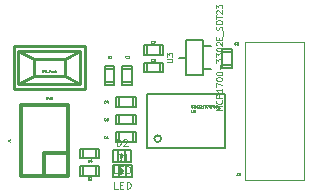
<source format=gto>
G04 #@! TF.FileFunction,Legend,Top*
%FSLAX46Y46*%
G04 Gerber Fmt 4.6, Leading zero omitted, Abs format (unit mm)*
G04 Created by KiCad (PCBNEW 4.0.7-e2-6376~61~ubuntu18.04.1) date Thu Aug  2 13:47:33 2018*
%MOMM*%
%LPD*%
G01*
G04 APERTURE LIST*
%ADD10C,0.100000*%
%ADD11C,0.127000*%
%ADD12C,0.304800*%
%ADD13C,0.254000*%
%ADD14C,0.040640*%
%ADD15C,0.050165*%
%ADD16C,0.119380*%
G04 APERTURE END LIST*
D10*
D11*
X178841200Y-81793600D02*
X178841200Y-82606400D01*
X179958800Y-82581000D02*
X179958800Y-81793600D01*
X180212800Y-82606400D02*
X178587200Y-82606400D01*
X178587200Y-82606400D02*
X178587200Y-81793600D01*
X178587200Y-81793600D02*
X180212800Y-81793600D01*
X180212800Y-81793600D02*
X180212800Y-82606400D01*
X179093600Y-77558800D02*
X179906400Y-77558800D01*
X179881000Y-76441200D02*
X179093600Y-76441200D01*
X179906400Y-76187200D02*
X179906400Y-77812800D01*
X179906400Y-77812800D02*
X179093600Y-77812800D01*
X179093600Y-77812800D02*
X179093600Y-76187200D01*
X179093600Y-76187200D02*
X179906400Y-76187200D01*
X182258800Y-76706400D02*
X182258800Y-75893600D01*
X181141200Y-75919000D02*
X181141200Y-76706400D01*
X180887200Y-75893600D02*
X182512800Y-75893600D01*
X182512800Y-75893600D02*
X182512800Y-76706400D01*
X182512800Y-76706400D02*
X180887200Y-76706400D01*
X180887200Y-76706400D02*
X180887200Y-75893600D01*
X179958800Y-79606400D02*
X179958800Y-78793600D01*
X178841200Y-78819000D02*
X178841200Y-79606400D01*
X178587200Y-78793600D02*
X180212800Y-78793600D01*
X180212800Y-78793600D02*
X180212800Y-79606400D01*
X180212800Y-79606400D02*
X178587200Y-79606400D01*
X178587200Y-79606400D02*
X178587200Y-78793600D01*
X179958800Y-81106400D02*
X179958800Y-80293600D01*
X178841200Y-80319000D02*
X178841200Y-81106400D01*
X178587200Y-80293600D02*
X180212800Y-80293600D01*
X180212800Y-80293600D02*
X180212800Y-81106400D01*
X180212800Y-81106400D02*
X178587200Y-81106400D01*
X178587200Y-81106400D02*
X178587200Y-80293600D01*
X188346400Y-75011200D02*
X187533600Y-75011200D01*
X187559000Y-76128800D02*
X188346400Y-76128800D01*
X187533600Y-76382800D02*
X187533600Y-74757200D01*
X187533600Y-74757200D02*
X188346400Y-74757200D01*
X188346400Y-74757200D02*
X188346400Y-76382800D01*
X188346400Y-76382800D02*
X187533600Y-76382800D01*
X182258800Y-75206400D02*
X182258800Y-74393600D01*
X181141200Y-74419000D02*
X181141200Y-75206400D01*
X180887200Y-74393600D02*
X182512800Y-74393600D01*
X182512800Y-74393600D02*
X182512800Y-75206400D01*
X182512800Y-75206400D02*
X180887200Y-75206400D01*
X180887200Y-75206400D02*
X180887200Y-74393600D01*
D12*
X172500000Y-85500000D02*
X172500000Y-83500000D01*
X170500000Y-79500000D02*
X174500000Y-79500000D01*
X174500000Y-79500000D02*
X174500000Y-85500000D01*
X170500000Y-85500000D02*
X170500000Y-79500000D01*
X174500000Y-85500000D02*
X170500000Y-85500000D01*
X172500000Y-83500000D02*
X174500000Y-83500000D01*
D11*
X177593600Y-77558800D02*
X178406400Y-77558800D01*
X178381000Y-76441200D02*
X177593600Y-76441200D01*
X178406400Y-76187200D02*
X178406400Y-77812800D01*
X178406400Y-77812800D02*
X177593600Y-77812800D01*
X177593600Y-77812800D02*
X177593600Y-76187200D01*
X177593600Y-76187200D02*
X178406400Y-76187200D01*
X175761200Y-84683600D02*
X175761200Y-85496400D01*
X176878800Y-85471000D02*
X176878800Y-84683600D01*
X177132800Y-85496400D02*
X175507200Y-85496400D01*
X175507200Y-85496400D02*
X175507200Y-84683600D01*
X175507200Y-84683600D02*
X177132800Y-84683600D01*
X177132800Y-84683600D02*
X177132800Y-85496400D01*
X175771200Y-83193600D02*
X175771200Y-84006400D01*
X176888800Y-83981000D02*
X176888800Y-83193600D01*
X177142800Y-84006400D02*
X175517200Y-84006400D01*
X175517200Y-84006400D02*
X175517200Y-83193600D01*
X175517200Y-83193600D02*
X177142800Y-83193600D01*
X177142800Y-83193600D02*
X177142800Y-84006400D01*
D13*
X171599520Y-77001040D02*
X170299040Y-77699540D01*
X171599520Y-75598960D02*
X170299040Y-74900460D01*
X174200480Y-75598960D02*
X175500960Y-74900460D01*
X175500960Y-77699540D02*
X174200480Y-77001040D01*
X175500960Y-77699540D02*
X170299040Y-77699540D01*
X170299040Y-77699540D02*
X170299040Y-74900460D01*
X170299040Y-74900460D02*
X175500960Y-74900460D01*
X175500960Y-74900460D02*
X175500960Y-77699540D01*
X174200480Y-77001040D02*
X171599520Y-77001040D01*
X171599520Y-77001040D02*
X171599520Y-75598960D01*
X171599520Y-75598960D02*
X174200480Y-75598960D01*
X174200480Y-75598960D02*
X174200480Y-77001040D01*
X175899740Y-78100860D02*
X169900260Y-78100860D01*
X169900260Y-78100860D02*
X169900260Y-74499140D01*
X169900260Y-74499140D02*
X175899740Y-74499140D01*
X175899740Y-74499140D02*
X175899740Y-78100860D01*
D11*
X187802000Y-78514000D02*
X181198000Y-78514000D01*
X181198000Y-78514000D02*
X181198000Y-83086000D01*
X181198000Y-83086000D02*
X187802000Y-83086000D01*
X187802000Y-83086000D02*
X187802000Y-78514000D01*
X182370981Y-82324000D02*
G75*
G03X182370981Y-82324000I-283981J0D01*
G01*
D10*
X189500000Y-74150000D02*
X194500000Y-74150000D01*
X194500000Y-85850000D02*
X194500000Y-74150000D01*
X189500000Y-85850000D02*
X194500000Y-85850000D01*
X189500000Y-85850000D02*
X189500000Y-74150000D01*
D11*
X179389720Y-85590380D02*
X179389720Y-84589620D01*
X178790280Y-84589620D02*
X178790280Y-85590380D01*
X179090000Y-85189060D02*
X179090000Y-84990940D01*
X178990940Y-84889340D02*
X178990940Y-85290660D01*
X178990940Y-85290660D02*
X179189060Y-85090000D01*
X179189060Y-85090000D02*
X178990940Y-84889340D01*
X178289900Y-84589620D02*
X179890100Y-84589620D01*
X179890100Y-84589620D02*
X179890100Y-85590380D01*
X179890100Y-85590380D02*
X178289900Y-85590380D01*
X178289900Y-85590380D02*
X178289900Y-84589620D01*
X179359720Y-84300380D02*
X179359720Y-83299620D01*
X178760280Y-83299620D02*
X178760280Y-84300380D01*
X179060000Y-83899060D02*
X179060000Y-83700940D01*
X178960940Y-83599340D02*
X178960940Y-84000660D01*
X178960940Y-84000660D02*
X179159060Y-83800000D01*
X179159060Y-83800000D02*
X178960940Y-83599340D01*
X178259900Y-83299620D02*
X179860100Y-83299620D01*
X179860100Y-83299620D02*
X179860100Y-84300380D01*
X179860100Y-84300380D02*
X178259900Y-84300380D01*
X178259900Y-84300380D02*
X178259900Y-83299620D01*
X185908500Y-74517500D02*
X186568900Y-74517500D01*
X185908500Y-76422500D02*
X186568900Y-76422500D01*
X184511500Y-75470000D02*
X183851100Y-75470000D01*
X184511500Y-76968600D02*
X184511500Y-73971400D01*
X184511500Y-73971400D02*
X185908500Y-73971400D01*
X185908500Y-73971400D02*
X185908500Y-76968600D01*
X185908500Y-76968600D02*
X184511500Y-76968600D01*
D14*
X177666557Y-82271664D02*
X177657002Y-82281220D01*
X177628336Y-82290775D01*
X177609226Y-82290775D01*
X177580560Y-82281220D01*
X177561449Y-82262109D01*
X177551894Y-82242999D01*
X177542339Y-82204778D01*
X177542339Y-82176112D01*
X177551894Y-82137891D01*
X177561449Y-82118780D01*
X177580560Y-82099670D01*
X177609226Y-82090115D01*
X177628336Y-82090115D01*
X177657002Y-82099670D01*
X177666557Y-82109225D01*
X177857662Y-82290775D02*
X177742999Y-82290775D01*
X177800330Y-82290775D02*
X177800330Y-82090115D01*
X177781220Y-82118780D01*
X177762109Y-82137891D01*
X177742999Y-82147446D01*
X179466557Y-75471664D02*
X179457002Y-75481220D01*
X179428336Y-75490775D01*
X179409226Y-75490775D01*
X179380560Y-75481220D01*
X179361449Y-75462109D01*
X179351894Y-75442999D01*
X179342339Y-75404778D01*
X179342339Y-75376112D01*
X179351894Y-75337891D01*
X179361449Y-75318780D01*
X179380560Y-75299670D01*
X179409226Y-75290115D01*
X179428336Y-75290115D01*
X179457002Y-75299670D01*
X179466557Y-75309225D01*
X179542999Y-75309225D02*
X179552554Y-75299670D01*
X179571665Y-75290115D01*
X179619441Y-75290115D01*
X179638551Y-75299670D01*
X179648107Y-75309225D01*
X179657662Y-75328336D01*
X179657662Y-75347446D01*
X179648107Y-75376112D01*
X179533444Y-75490775D01*
X179657662Y-75490775D01*
X181666557Y-75736664D02*
X181657002Y-75746220D01*
X181628336Y-75755775D01*
X181609226Y-75755775D01*
X181580560Y-75746220D01*
X181561449Y-75727109D01*
X181551894Y-75707999D01*
X181542339Y-75669778D01*
X181542339Y-75641112D01*
X181551894Y-75602891D01*
X181561449Y-75583780D01*
X181580560Y-75564670D01*
X181609226Y-75555115D01*
X181628336Y-75555115D01*
X181657002Y-75564670D01*
X181666557Y-75574225D01*
X181733444Y-75555115D02*
X181857662Y-75555115D01*
X181790775Y-75631557D01*
X181819441Y-75631557D01*
X181838551Y-75641112D01*
X181848107Y-75650667D01*
X181857662Y-75669778D01*
X181857662Y-75717554D01*
X181848107Y-75736664D01*
X181838551Y-75746220D01*
X181819441Y-75755775D01*
X181762109Y-75755775D01*
X181742999Y-75746220D01*
X181733444Y-75736664D01*
X177666557Y-79271664D02*
X177657002Y-79281220D01*
X177628336Y-79290775D01*
X177609226Y-79290775D01*
X177580560Y-79281220D01*
X177561449Y-79262109D01*
X177551894Y-79242999D01*
X177542339Y-79204778D01*
X177542339Y-79176112D01*
X177551894Y-79137891D01*
X177561449Y-79118780D01*
X177580560Y-79099670D01*
X177609226Y-79090115D01*
X177628336Y-79090115D01*
X177657002Y-79099670D01*
X177666557Y-79109225D01*
X177838551Y-79157001D02*
X177838551Y-79290775D01*
X177790775Y-79080560D02*
X177742999Y-79223888D01*
X177867217Y-79223888D01*
X177666557Y-80771664D02*
X177657002Y-80781220D01*
X177628336Y-80790775D01*
X177609226Y-80790775D01*
X177580560Y-80781220D01*
X177561449Y-80762109D01*
X177551894Y-80742999D01*
X177542339Y-80704778D01*
X177542339Y-80676112D01*
X177551894Y-80637891D01*
X177561449Y-80618780D01*
X177580560Y-80599670D01*
X177609226Y-80590115D01*
X177628336Y-80590115D01*
X177657002Y-80599670D01*
X177666557Y-80609225D01*
X177848107Y-80590115D02*
X177752554Y-80590115D01*
X177742999Y-80685667D01*
X177752554Y-80676112D01*
X177771665Y-80666557D01*
X177819441Y-80666557D01*
X177838551Y-80676112D01*
X177848107Y-80685667D01*
X177857662Y-80704778D01*
X177857662Y-80752554D01*
X177848107Y-80771664D01*
X177838551Y-80781220D01*
X177819441Y-80790775D01*
X177771665Y-80790775D01*
X177752554Y-80781220D01*
X177742999Y-80771664D01*
X188706557Y-74341664D02*
X188697002Y-74351220D01*
X188668336Y-74360775D01*
X188649226Y-74360775D01*
X188620560Y-74351220D01*
X188601449Y-74332109D01*
X188591894Y-74312999D01*
X188582339Y-74274778D01*
X188582339Y-74246112D01*
X188591894Y-74207891D01*
X188601449Y-74188780D01*
X188620560Y-74169670D01*
X188649226Y-74160115D01*
X188668336Y-74160115D01*
X188697002Y-74169670D01*
X188706557Y-74179225D01*
X188878551Y-74160115D02*
X188840330Y-74160115D01*
X188821220Y-74169670D01*
X188811665Y-74179225D01*
X188792554Y-74207891D01*
X188782999Y-74246112D01*
X188782999Y-74322554D01*
X188792554Y-74341664D01*
X188802109Y-74351220D01*
X188821220Y-74360775D01*
X188859441Y-74360775D01*
X188878551Y-74351220D01*
X188888107Y-74341664D01*
X188897662Y-74322554D01*
X188897662Y-74274778D01*
X188888107Y-74255667D01*
X188878551Y-74246112D01*
X188859441Y-74236557D01*
X188821220Y-74236557D01*
X188802109Y-74246112D01*
X188792554Y-74255667D01*
X188782999Y-74274778D01*
X181666557Y-74236664D02*
X181657002Y-74246220D01*
X181628336Y-74255775D01*
X181609226Y-74255775D01*
X181580560Y-74246220D01*
X181561449Y-74227109D01*
X181551894Y-74207999D01*
X181542339Y-74169778D01*
X181542339Y-74141112D01*
X181551894Y-74102891D01*
X181561449Y-74083780D01*
X181580560Y-74064670D01*
X181609226Y-74055115D01*
X181628336Y-74055115D01*
X181657002Y-74064670D01*
X181666557Y-74074225D01*
X181733444Y-74055115D02*
X181867217Y-74055115D01*
X181781220Y-74255775D01*
D15*
X169390115Y-82566886D02*
X169533443Y-82566886D01*
X169562109Y-82576442D01*
X169581220Y-82595552D01*
X169590775Y-82624218D01*
X169590775Y-82643328D01*
X169590775Y-82366226D02*
X169590775Y-82480889D01*
X169590775Y-82423558D02*
X169390115Y-82423558D01*
X169418780Y-82442668D01*
X169437891Y-82461779D01*
X169447446Y-82480889D01*
D14*
X177966557Y-75490775D02*
X177899670Y-75395222D01*
X177851894Y-75490775D02*
X177851894Y-75290115D01*
X177928336Y-75290115D01*
X177947447Y-75299670D01*
X177957002Y-75309225D01*
X177966557Y-75328336D01*
X177966557Y-75357001D01*
X177957002Y-75376112D01*
X177947447Y-75385667D01*
X177928336Y-75395222D01*
X177851894Y-75395222D01*
X178042999Y-75309225D02*
X178052554Y-75299670D01*
X178071665Y-75290115D01*
X178119441Y-75290115D01*
X178138551Y-75299670D01*
X178148107Y-75309225D01*
X178157662Y-75328336D01*
X178157662Y-75347446D01*
X178148107Y-75376112D01*
X178033444Y-75490775D01*
X178157662Y-75490775D01*
X176286557Y-85790375D02*
X176219670Y-85694822D01*
X176171894Y-85790375D02*
X176171894Y-85589715D01*
X176248336Y-85589715D01*
X176267447Y-85599270D01*
X176277002Y-85608825D01*
X176286557Y-85627936D01*
X176286557Y-85656601D01*
X176277002Y-85675712D01*
X176267447Y-85685267D01*
X176248336Y-85694822D01*
X176171894Y-85694822D01*
X176353444Y-85589715D02*
X176477662Y-85589715D01*
X176410775Y-85666157D01*
X176439441Y-85666157D01*
X176458551Y-85675712D01*
X176468107Y-85685267D01*
X176477662Y-85704378D01*
X176477662Y-85752154D01*
X176468107Y-85771264D01*
X176458551Y-85780820D01*
X176439441Y-85790375D01*
X176382109Y-85790375D01*
X176362999Y-85780820D01*
X176353444Y-85771264D01*
X176296557Y-84300375D02*
X176229670Y-84204822D01*
X176181894Y-84300375D02*
X176181894Y-84099715D01*
X176258336Y-84099715D01*
X176277447Y-84109270D01*
X176287002Y-84118825D01*
X176296557Y-84137936D01*
X176296557Y-84166601D01*
X176287002Y-84185712D01*
X176277447Y-84195267D01*
X176258336Y-84204822D01*
X176181894Y-84204822D01*
X176468551Y-84166601D02*
X176468551Y-84300375D01*
X176420775Y-84090160D02*
X176372999Y-84233488D01*
X176497217Y-84233488D01*
D15*
X172632453Y-78981220D02*
X172661119Y-78990775D01*
X172708895Y-78990775D01*
X172728005Y-78981220D01*
X172737561Y-78971664D01*
X172747116Y-78952554D01*
X172747116Y-78933443D01*
X172737561Y-78914333D01*
X172728005Y-78904778D01*
X172708895Y-78895222D01*
X172670674Y-78885667D01*
X172651563Y-78876112D01*
X172642008Y-78866557D01*
X172632453Y-78847446D01*
X172632453Y-78828336D01*
X172642008Y-78809225D01*
X172651563Y-78799670D01*
X172670674Y-78790115D01*
X172718450Y-78790115D01*
X172747116Y-78799670D01*
X172814003Y-78790115D02*
X172861779Y-78990775D01*
X172900000Y-78847446D01*
X172938221Y-78990775D01*
X172985997Y-78790115D01*
X173167547Y-78990775D02*
X173052884Y-78990775D01*
X173110215Y-78990775D02*
X173110215Y-78790115D01*
X173091105Y-78818780D01*
X173071994Y-78837891D01*
X173052884Y-78847446D01*
X172288464Y-76681220D02*
X172317130Y-76690775D01*
X172364906Y-76690775D01*
X172384016Y-76681220D01*
X172393572Y-76671664D01*
X172403127Y-76652554D01*
X172403127Y-76633443D01*
X172393572Y-76614333D01*
X172384016Y-76604778D01*
X172364906Y-76595222D01*
X172326685Y-76585667D01*
X172307574Y-76576112D01*
X172298019Y-76566557D01*
X172288464Y-76547446D01*
X172288464Y-76528336D01*
X172298019Y-76509225D01*
X172307574Y-76499670D01*
X172326685Y-76490115D01*
X172374461Y-76490115D01*
X172403127Y-76499670D01*
X172470014Y-76490115D02*
X172517790Y-76690775D01*
X172556011Y-76547446D01*
X172594232Y-76690775D01*
X172642008Y-76490115D01*
X172670674Y-76709885D02*
X172823558Y-76709885D01*
X172871334Y-76690775D02*
X172871334Y-76490115D01*
X172947776Y-76490115D01*
X172966887Y-76499670D01*
X172976442Y-76509225D01*
X172985997Y-76528336D01*
X172985997Y-76557001D01*
X172976442Y-76576112D01*
X172966887Y-76585667D01*
X172947776Y-76595222D01*
X172871334Y-76595222D01*
X173157991Y-76557001D02*
X173157991Y-76690775D01*
X173071994Y-76557001D02*
X173071994Y-76662109D01*
X173081549Y-76681220D01*
X173100660Y-76690775D01*
X173129326Y-76690775D01*
X173148436Y-76681220D01*
X173157991Y-76671664D01*
X173243989Y-76681220D02*
X173263099Y-76690775D01*
X173301320Y-76690775D01*
X173320431Y-76681220D01*
X173329986Y-76662109D01*
X173329986Y-76652554D01*
X173320431Y-76633443D01*
X173301320Y-76623888D01*
X173272655Y-76623888D01*
X173253544Y-76614333D01*
X173243989Y-76595222D01*
X173243989Y-76585667D01*
X173253544Y-76566557D01*
X173272655Y-76557001D01*
X173301320Y-76557001D01*
X173320431Y-76566557D01*
X173415983Y-76690775D02*
X173415983Y-76490115D01*
X173501980Y-76690775D02*
X173501980Y-76585667D01*
X173492425Y-76566557D01*
X173473315Y-76557001D01*
X173444649Y-76557001D01*
X173425538Y-76566557D01*
X173415983Y-76576112D01*
X184947116Y-79890115D02*
X184947116Y-80052554D01*
X184956671Y-80071664D01*
X184966227Y-80081220D01*
X184985337Y-80090775D01*
X185023558Y-80090775D01*
X185042669Y-80081220D01*
X185052224Y-80071664D01*
X185061779Y-80052554D01*
X185061779Y-79890115D01*
X185262439Y-80090775D02*
X185147776Y-80090775D01*
X185205107Y-80090775D02*
X185205107Y-79890115D01*
X185185997Y-79918780D01*
X185166886Y-79937891D01*
X185147776Y-79947446D01*
X184924705Y-79681220D02*
X184953371Y-79690775D01*
X185001147Y-79690775D01*
X185020257Y-79681220D01*
X185029813Y-79671664D01*
X185039368Y-79652554D01*
X185039368Y-79633443D01*
X185029813Y-79614333D01*
X185020257Y-79604778D01*
X185001147Y-79595222D01*
X184962926Y-79585667D01*
X184943815Y-79576112D01*
X184934260Y-79566557D01*
X184924705Y-79547446D01*
X184924705Y-79528336D01*
X184934260Y-79509225D01*
X184943815Y-79499670D01*
X184962926Y-79490115D01*
X185010702Y-79490115D01*
X185039368Y-79499670D01*
X185096699Y-79490115D02*
X185211362Y-79490115D01*
X185154031Y-79690775D02*
X185154031Y-79490115D01*
X185278249Y-79690775D02*
X185278249Y-79490115D01*
X185345136Y-79633443D01*
X185412023Y-79490115D01*
X185412023Y-79690775D01*
X185488465Y-79490115D02*
X185612683Y-79490115D01*
X185545796Y-79566557D01*
X185574462Y-79566557D01*
X185593572Y-79576112D01*
X185603128Y-79585667D01*
X185612683Y-79604778D01*
X185612683Y-79652554D01*
X185603128Y-79671664D01*
X185593572Y-79681220D01*
X185574462Y-79690775D01*
X185517130Y-79690775D01*
X185498020Y-79681220D01*
X185488465Y-79671664D01*
X185689125Y-79509225D02*
X185698680Y-79499670D01*
X185717791Y-79490115D01*
X185765567Y-79490115D01*
X185784677Y-79499670D01*
X185794233Y-79509225D01*
X185803788Y-79528336D01*
X185803788Y-79547446D01*
X185794233Y-79576112D01*
X185679570Y-79690775D01*
X185803788Y-79690775D01*
X185956672Y-79585667D02*
X185889785Y-79585667D01*
X185889785Y-79690775D02*
X185889785Y-79490115D01*
X185985338Y-79490115D01*
X186100000Y-79490115D02*
X186119111Y-79490115D01*
X186138221Y-79499670D01*
X186147776Y-79509225D01*
X186157332Y-79528336D01*
X186166887Y-79566557D01*
X186166887Y-79614333D01*
X186157332Y-79652554D01*
X186147776Y-79671664D01*
X186138221Y-79681220D01*
X186119111Y-79690775D01*
X186100000Y-79690775D01*
X186080890Y-79681220D01*
X186071334Y-79671664D01*
X186061779Y-79652554D01*
X186052224Y-79614333D01*
X186052224Y-79566557D01*
X186061779Y-79528336D01*
X186071334Y-79509225D01*
X186080890Y-79499670D01*
X186100000Y-79490115D01*
X186233774Y-79490115D02*
X186367547Y-79490115D01*
X186281550Y-79690775D01*
X186482210Y-79490115D02*
X186501321Y-79490115D01*
X186520431Y-79499670D01*
X186529986Y-79509225D01*
X186539542Y-79528336D01*
X186549097Y-79566557D01*
X186549097Y-79614333D01*
X186539542Y-79652554D01*
X186529986Y-79671664D01*
X186520431Y-79681220D01*
X186501321Y-79690775D01*
X186482210Y-79690775D01*
X186463100Y-79681220D01*
X186453544Y-79671664D01*
X186443989Y-79652554D01*
X186434434Y-79614333D01*
X186434434Y-79566557D01*
X186443989Y-79528336D01*
X186453544Y-79509225D01*
X186463100Y-79499670D01*
X186482210Y-79490115D01*
X186701981Y-79585667D02*
X186635094Y-79585667D01*
X186635094Y-79690775D02*
X186635094Y-79490115D01*
X186730647Y-79490115D01*
X186893085Y-79490115D02*
X186854864Y-79490115D01*
X186835754Y-79499670D01*
X186826199Y-79509225D01*
X186807088Y-79537891D01*
X186797533Y-79576112D01*
X186797533Y-79652554D01*
X186807088Y-79671664D01*
X186816643Y-79681220D01*
X186835754Y-79690775D01*
X186873975Y-79690775D01*
X186893085Y-79681220D01*
X186902641Y-79671664D01*
X186912196Y-79652554D01*
X186912196Y-79604778D01*
X186902641Y-79585667D01*
X186893085Y-79576112D01*
X186873975Y-79566557D01*
X186835754Y-79566557D01*
X186816643Y-79576112D01*
X186807088Y-79585667D01*
X186797533Y-79604778D01*
X186998193Y-79690775D02*
X186998193Y-79490115D01*
X187074635Y-79490115D01*
X187093746Y-79499670D01*
X187103301Y-79509225D01*
X187112856Y-79528336D01*
X187112856Y-79557001D01*
X187103301Y-79576112D01*
X187093746Y-79585667D01*
X187074635Y-79595222D01*
X186998193Y-79595222D01*
X187179743Y-79690775D02*
X187284850Y-79557001D01*
X187179743Y-79557001D02*
X187284850Y-79690775D01*
X188823114Y-85200115D02*
X188823114Y-85343443D01*
X188813558Y-85372109D01*
X188794448Y-85391220D01*
X188765782Y-85400775D01*
X188746672Y-85400775D01*
X188909111Y-85219225D02*
X188918666Y-85209670D01*
X188937777Y-85200115D01*
X188985553Y-85200115D01*
X189004663Y-85209670D01*
X189014219Y-85219225D01*
X189023774Y-85238336D01*
X189023774Y-85257446D01*
X189014219Y-85286112D01*
X188899556Y-85400775D01*
X189023774Y-85400775D01*
D16*
X178647557Y-84261355D02*
X178647557Y-83661915D01*
X178790281Y-83661915D01*
X178875915Y-83690460D01*
X178933004Y-83747550D01*
X178961549Y-83804639D01*
X178990094Y-83918818D01*
X178990094Y-84004452D01*
X178961549Y-84118631D01*
X178933004Y-84175721D01*
X178875915Y-84232810D01*
X178790281Y-84261355D01*
X178647557Y-84261355D01*
X179560989Y-84261355D02*
X179218452Y-84261355D01*
X179389721Y-84261355D02*
X179389721Y-83661915D01*
X179332631Y-83747550D01*
X179275542Y-83804639D01*
X179218452Y-83833184D01*
X178704646Y-86560055D02*
X178419199Y-86560055D01*
X178419199Y-85960615D01*
X178904460Y-86246063D02*
X179104273Y-86246063D01*
X179189907Y-86560055D02*
X178904460Y-86560055D01*
X178904460Y-85960615D01*
X179189907Y-85960615D01*
X179446810Y-86560055D02*
X179446810Y-85960615D01*
X179589534Y-85960615D01*
X179675168Y-85989160D01*
X179732257Y-86046250D01*
X179760802Y-86103339D01*
X179789347Y-86217518D01*
X179789347Y-86303152D01*
X179760802Y-86417331D01*
X179732257Y-86474421D01*
X179675168Y-86531510D01*
X179589534Y-86560055D01*
X179446810Y-86560055D01*
X178617557Y-82971355D02*
X178617557Y-82371915D01*
X178760281Y-82371915D01*
X178845915Y-82400460D01*
X178903004Y-82457550D01*
X178931549Y-82514639D01*
X178960094Y-82628818D01*
X178960094Y-82714452D01*
X178931549Y-82828631D01*
X178903004Y-82885721D01*
X178845915Y-82942810D01*
X178760281Y-82971355D01*
X178617557Y-82971355D01*
X179188452Y-82429005D02*
X179216997Y-82400460D01*
X179274086Y-82371915D01*
X179416810Y-82371915D01*
X179473900Y-82400460D01*
X179502444Y-82429005D01*
X179530989Y-82486094D01*
X179530989Y-82543184D01*
X179502444Y-82628818D01*
X179159907Y-82971355D01*
X179530989Y-82971355D01*
X178674646Y-85270055D02*
X178389199Y-85270055D01*
X178389199Y-84670615D01*
X178874460Y-84956063D02*
X179074273Y-84956063D01*
X179159907Y-85270055D02*
X178874460Y-85270055D01*
X178874460Y-84670615D01*
X179159907Y-84670615D01*
X179416810Y-85270055D02*
X179416810Y-84670615D01*
X179559534Y-84670615D01*
X179645168Y-84699160D01*
X179702257Y-84756250D01*
X179730802Y-84813339D01*
X179759347Y-84927518D01*
X179759347Y-85013152D01*
X179730802Y-85127331D01*
X179702257Y-85184421D01*
X179645168Y-85241510D01*
X179559534Y-85270055D01*
X179416810Y-85270055D01*
D10*
X182836190Y-75850952D02*
X183240952Y-75850952D01*
X183288571Y-75827143D01*
X183312381Y-75803333D01*
X183336190Y-75755714D01*
X183336190Y-75660476D01*
X183312381Y-75612857D01*
X183288571Y-75589048D01*
X183240952Y-75565238D01*
X182836190Y-75565238D01*
X182836190Y-75374761D02*
X182836190Y-75065238D01*
X183026667Y-75231904D01*
X183026667Y-75160476D01*
X183050476Y-75112857D01*
X183074286Y-75089047D01*
X183121905Y-75065238D01*
X183240952Y-75065238D01*
X183288571Y-75089047D01*
X183312381Y-75112857D01*
X183336190Y-75160476D01*
X183336190Y-75303333D01*
X183312381Y-75350952D01*
X183288571Y-75374761D01*
X187536190Y-79934283D02*
X187036190Y-79934283D01*
X187393333Y-79767617D01*
X187036190Y-79600950D01*
X187536190Y-79600950D01*
X187488571Y-79077140D02*
X187512381Y-79100950D01*
X187536190Y-79172378D01*
X187536190Y-79219997D01*
X187512381Y-79291426D01*
X187464762Y-79339045D01*
X187417143Y-79362854D01*
X187321905Y-79386664D01*
X187250476Y-79386664D01*
X187155238Y-79362854D01*
X187107619Y-79339045D01*
X187060000Y-79291426D01*
X187036190Y-79219997D01*
X187036190Y-79172378D01*
X187060000Y-79100950D01*
X187083810Y-79077140D01*
X187536190Y-78862854D02*
X187036190Y-78862854D01*
X187036190Y-78672378D01*
X187060000Y-78624759D01*
X187083810Y-78600950D01*
X187131429Y-78577140D01*
X187202857Y-78577140D01*
X187250476Y-78600950D01*
X187274286Y-78624759D01*
X187298095Y-78672378D01*
X187298095Y-78862854D01*
X187536190Y-78100950D02*
X187536190Y-78386664D01*
X187536190Y-78243807D02*
X187036190Y-78243807D01*
X187107619Y-78291426D01*
X187155238Y-78339045D01*
X187179048Y-78386664D01*
X187036190Y-77934283D02*
X187036190Y-77600950D01*
X187536190Y-77815236D01*
X187036190Y-77315236D02*
X187036190Y-77267617D01*
X187060000Y-77219998D01*
X187083810Y-77196189D01*
X187131429Y-77172379D01*
X187226667Y-77148570D01*
X187345714Y-77148570D01*
X187440952Y-77172379D01*
X187488571Y-77196189D01*
X187512381Y-77219998D01*
X187536190Y-77267617D01*
X187536190Y-77315236D01*
X187512381Y-77362855D01*
X187488571Y-77386665D01*
X187440952Y-77410474D01*
X187345714Y-77434284D01*
X187226667Y-77434284D01*
X187131429Y-77410474D01*
X187083810Y-77386665D01*
X187060000Y-77362855D01*
X187036190Y-77315236D01*
X187036190Y-76839046D02*
X187036190Y-76791427D01*
X187060000Y-76743808D01*
X187083810Y-76719999D01*
X187131429Y-76696189D01*
X187226667Y-76672380D01*
X187345714Y-76672380D01*
X187440952Y-76696189D01*
X187488571Y-76719999D01*
X187512381Y-76743808D01*
X187536190Y-76791427D01*
X187536190Y-76839046D01*
X187512381Y-76886665D01*
X187488571Y-76910475D01*
X187440952Y-76934284D01*
X187345714Y-76958094D01*
X187226667Y-76958094D01*
X187131429Y-76934284D01*
X187083810Y-76910475D01*
X187060000Y-76886665D01*
X187036190Y-76839046D01*
X187345714Y-76458094D02*
X187345714Y-76077142D01*
X187036190Y-75886665D02*
X187036190Y-75577142D01*
X187226667Y-75743808D01*
X187226667Y-75672380D01*
X187250476Y-75624761D01*
X187274286Y-75600951D01*
X187321905Y-75577142D01*
X187440952Y-75577142D01*
X187488571Y-75600951D01*
X187512381Y-75624761D01*
X187536190Y-75672380D01*
X187536190Y-75815237D01*
X187512381Y-75862856D01*
X187488571Y-75886665D01*
X187036190Y-75410475D02*
X187036190Y-75100952D01*
X187226667Y-75267618D01*
X187226667Y-75196190D01*
X187250476Y-75148571D01*
X187274286Y-75124761D01*
X187321905Y-75100952D01*
X187440952Y-75100952D01*
X187488571Y-75124761D01*
X187512381Y-75148571D01*
X187536190Y-75196190D01*
X187536190Y-75339047D01*
X187512381Y-75386666D01*
X187488571Y-75410475D01*
X187036190Y-74791428D02*
X187036190Y-74743809D01*
X187060000Y-74696190D01*
X187083810Y-74672381D01*
X187131429Y-74648571D01*
X187226667Y-74624762D01*
X187345714Y-74624762D01*
X187440952Y-74648571D01*
X187488571Y-74672381D01*
X187512381Y-74696190D01*
X187536190Y-74743809D01*
X187536190Y-74791428D01*
X187512381Y-74839047D01*
X187488571Y-74862857D01*
X187440952Y-74886666D01*
X187345714Y-74910476D01*
X187226667Y-74910476D01*
X187131429Y-74886666D01*
X187083810Y-74862857D01*
X187060000Y-74839047D01*
X187036190Y-74791428D01*
X187083810Y-74434286D02*
X187060000Y-74410476D01*
X187036190Y-74362857D01*
X187036190Y-74243810D01*
X187060000Y-74196191D01*
X187083810Y-74172381D01*
X187131429Y-74148572D01*
X187179048Y-74148572D01*
X187250476Y-74172381D01*
X187536190Y-74458095D01*
X187536190Y-74148572D01*
X187274286Y-73934286D02*
X187274286Y-73767620D01*
X187536190Y-73696191D02*
X187536190Y-73934286D01*
X187036190Y-73934286D01*
X187036190Y-73696191D01*
X187583810Y-73600953D02*
X187583810Y-73220001D01*
X187512381Y-73124763D02*
X187536190Y-73053334D01*
X187536190Y-72934287D01*
X187512381Y-72886668D01*
X187488571Y-72862858D01*
X187440952Y-72839049D01*
X187393333Y-72839049D01*
X187345714Y-72862858D01*
X187321905Y-72886668D01*
X187298095Y-72934287D01*
X187274286Y-73029525D01*
X187250476Y-73077144D01*
X187226667Y-73100953D01*
X187179048Y-73124763D01*
X187131429Y-73124763D01*
X187083810Y-73100953D01*
X187060000Y-73077144D01*
X187036190Y-73029525D01*
X187036190Y-72910477D01*
X187060000Y-72839049D01*
X187036190Y-72529525D02*
X187036190Y-72434287D01*
X187060000Y-72386668D01*
X187107619Y-72339049D01*
X187202857Y-72315240D01*
X187369524Y-72315240D01*
X187464762Y-72339049D01*
X187512381Y-72386668D01*
X187536190Y-72434287D01*
X187536190Y-72529525D01*
X187512381Y-72577144D01*
X187464762Y-72624763D01*
X187369524Y-72648573D01*
X187202857Y-72648573D01*
X187107619Y-72624763D01*
X187060000Y-72577144D01*
X187036190Y-72529525D01*
X187036190Y-72172382D02*
X187036190Y-71886668D01*
X187536190Y-72029525D02*
X187036190Y-72029525D01*
X187083810Y-71743811D02*
X187060000Y-71720001D01*
X187036190Y-71672382D01*
X187036190Y-71553335D01*
X187060000Y-71505716D01*
X187083810Y-71481906D01*
X187131429Y-71458097D01*
X187179048Y-71458097D01*
X187250476Y-71481906D01*
X187536190Y-71767620D01*
X187536190Y-71458097D01*
X187036190Y-71291430D02*
X187036190Y-70981907D01*
X187226667Y-71148573D01*
X187226667Y-71077145D01*
X187250476Y-71029526D01*
X187274286Y-71005716D01*
X187321905Y-70981907D01*
X187440952Y-70981907D01*
X187488571Y-71005716D01*
X187512381Y-71029526D01*
X187536190Y-71077145D01*
X187536190Y-71220002D01*
X187512381Y-71267621D01*
X187488571Y-71291430D01*
M02*

</source>
